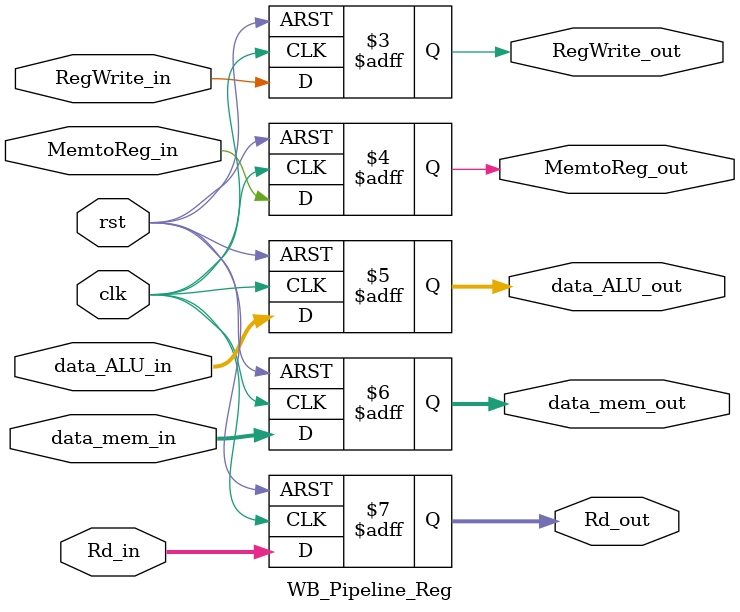
<source format=v>
module WB_Pipeline_Reg
(   input                   clk,
    input                   rst,
    input                   RegWrite_in,
    input                   MemtoReg_in,
    input           [31:0]  data_ALU_in,
    input           [31:0]  data_mem_in,
    input           [4:0]   Rd_in,

    output  reg             RegWrite_out,
    output  reg             MemtoReg_out,
    output  reg     [31:0]  data_ALU_out,
    output  reg     [31:0]  data_mem_out,
    output  reg     [4:0]   Rd_out
);  // output data

always @(posedge clk or negedge rst) begin
    if (~rst) begin
        RegWrite_out        <= 1'b0;
        MemtoReg_out        <= 1'b0;
        data_ALU_out        <= 32'b0;
        data_mem_out        <= 32'b0;
        Rd_out              <= 32'b0;
    end else begin
        RegWrite_out        <= RegWrite_in;
        MemtoReg_out        <= MemtoReg_in;
        data_ALU_out        <= data_ALU_in;
        data_mem_out        <= data_mem_in;
        Rd_out              <= Rd_in;
    end
end

endmodule
</source>
